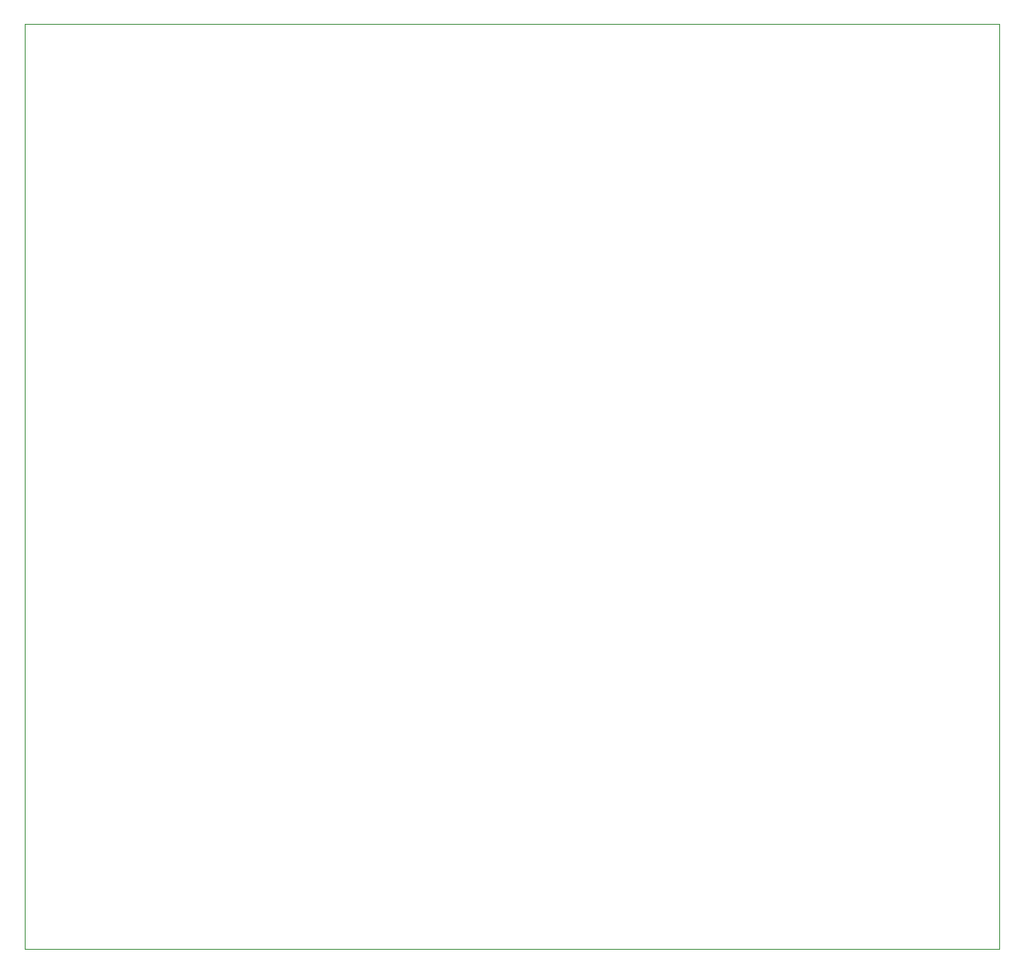
<source format=gbr>
G04 #@! TF.GenerationSoftware,KiCad,Pcbnew,(5.1.5)-3*
G04 #@! TF.CreationDate,2020-05-24T22:51:02+02:00*
G04 #@! TF.ProjectId,controller,636f6e74-726f-46c6-9c65-722e6b696361,rev?*
G04 #@! TF.SameCoordinates,Original*
G04 #@! TF.FileFunction,Profile,NP*
%FSLAX46Y46*%
G04 Gerber Fmt 4.6, Leading zero omitted, Abs format (unit mm)*
G04 Created by KiCad (PCBNEW (5.1.5)-3) date 2020-05-24 22:51:02*
%MOMM*%
%LPD*%
G04 APERTURE LIST*
%ADD10C,0.050000*%
G04 APERTURE END LIST*
D10*
X125000000Y-25000000D02*
X125000000Y-120000000D01*
X25000000Y-120000000D02*
X125000000Y-120000000D01*
X25000000Y-25000000D02*
X25000000Y-120000000D01*
X25000000Y-25000000D02*
X125000000Y-25000000D01*
M02*

</source>
